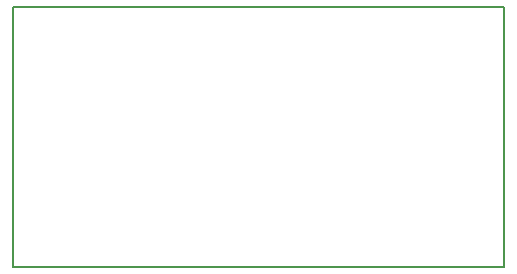
<source format=gm1>
%TF.GenerationSoftware,KiCad,Pcbnew,(5.0.0)*%
%TF.CreationDate,2018-10-04T12:31:17-06:00*%
%TF.ProjectId,Ejemplo,456A656D706C6F2E6B696361645F7063,1.0*%
%TF.SameCoordinates,Original*%
%TF.FileFunction,Profile,NP*%
%FSLAX46Y46*%
G04 Gerber Fmt 4.6, Leading zero omitted, Abs format (unit mm)*
G04 Created by KiCad (PCBNEW (5.0.0)) date 10/04/18 12:31:17*
%MOMM*%
%LPD*%
G01*
G04 APERTURE LIST*
%ADD10C,0.150000*%
G04 APERTURE END LIST*
D10*
X103000000Y-83650000D02*
X103000000Y-105600000D01*
X144550000Y-83650000D02*
X103000000Y-83650000D01*
X144550000Y-105600000D02*
X144550000Y-83650000D01*
X103000000Y-105600000D02*
X144550000Y-105600000D01*
M02*

</source>
